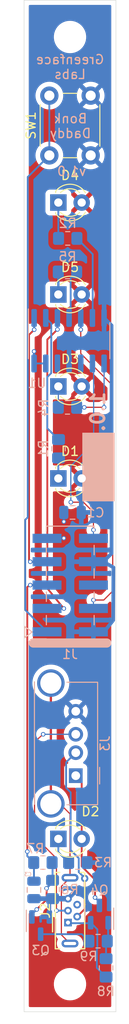
<source format=kicad_pcb>
(kicad_pcb (version 20211014) (generator pcbnew)
  (layers (0 "F.Cu" signal) (31 "B.Cu" signal) (34 "B.Paste" user) (35 "F.Paste" user) (36 "B.SilkS" user "B.Silkscreen") (37 "F.SilkS" user "F.Silkscreen") (38 "B.Mask" user) (39 "F.Mask" user) (44 "Edge.Cuts" user))
  (net 0 "")
  (net 1 "+3V3")
  (net 2 "GND")
  (net 3 "+12V")
  (net 4 "Net-(D1-Pad1)")
  (net 5 "Net-(D2-Pad1)")
  (net 6 "Net-(D2-Pad2)")
  (net 7 "Net-(D3-Pad1)")
  (net 8 "Net-(D4-Pad1)")
  (net 9 "Net-(D5-Pad1)")
  (net 10 "Net-(J1-Pad1)")
  (net 11 "Net-(J1-Pad3)")
  (net 12 "Net-(J1-Pad4)")
  (net 14 "Net-(J1-Pad7)")
  (net 15 "Net-(J1-Pad10)")
  (net 16 "Net-(J2-Pad1)")
  (net 17 "Net-(J2-Pad2)")
  (net 18 "Net-(J2-Pad3)")
  (net 20 "Net-(J2-Pad6)")
  (net 21 "Net-(Q3-Pad1)")
  (net 22 "Net-(Q3-Pad3)")
  (net 23 "Net-(Q4-Pad1)")
  (net 24 "Net-(R1-Pad1)")
  (net 25 "Net-(R2-Pad1)")
  (net 26 "Net-(R4-Pad1)")
  (net 27 "Net-(R5-Pad1)")
  (footprint "MountingHole:MountingHole_2.5mm" (layer "F.Cu") (at 55 157)
    (fp_text reference "H2" hide)
    (fp_text value "MountingHole")
    (pad "" np_thru_hole circle (at 0 0) (size 2.5 2.5) (drill 2.5) (layers *.Cu *.Mask))
  )
  (footprint "LED_THT:LED_D3.0mm" (layer "F.Cu") (at 53.73 72)
    (fp_text reference "D4" (at 1.27 -2.96) (layer "F.SilkS"))
    (fp_text value "GREEN LED")
    (fp_line (start -0.29 1.08) (end -0.29 1.236) (layer "F.SilkS") (width 0.12))
    (fp_line (start -0.29 -1.236) (end -0.29 -1.08) (layer "F.SilkS") (width 0.12))
    (fp_arc (start -0.29 -1.235516) (mid 1.366487 -1.987659) (end 2.942335 -1.078608) (layer "F.SilkS") (width 0.12))
    (fp_arc (start 2.942335 1.078608) (mid 1.366487 1.987659) (end -0.29 1.235516) (layer "F.SilkS") (width 0.12))
    (fp_arc (start 0.229039 -1.08) (mid 1.270117 -1.5) (end 2.31113 -1.079837) (layer "F.SilkS") (width 0.12))
    (fp_arc (start 2.31113 1.079837) (mid 1.270117 1.5) (end 0.229039 1.08) (layer "F.SilkS") (width 0.12))
    (pad "1" thru_hole rect (at 0 0) (size 1.8 1.8) (drill 0.9) (layers *.Cu *.Mask) (net 8 "Net-(D4-Pad1)"))
    (pad "2" thru_hole circle (at 2.54 0) (size 1.8 1.8) (drill 0.9) (layers *.Cu *.Mask) (net 1 "+3V3"))
  )
  (footprint "LED_THT:LED_D3.0mm" (layer "F.Cu") (at 53.73 102)
    (fp_text reference "D1" (at 1.27 -2.96) (layer "F.SilkS"))
    (fp_text value "RED LED")
    (fp_line (start -0.29 -1.236) (end -0.29 -1.08) (layer "F.SilkS") (width 0.12))
    (fp_line (start -0.29 1.08) (end -0.29 1.236) (layer "F.SilkS") (width 0.12))
    (fp_arc (start 0.229039 -1.08) (mid 1.270117 -1.5) (end 2.31113 -1.079837) (layer "F.SilkS") (width 0.12))
    (fp_arc (start 2.31113 1.079837) (mid 1.270117 1.5) (end 0.229039 1.08) (layer "F.SilkS") (width 0.12))
    (fp_arc (start 2.942335 1.078608) (mid 1.366487 1.987659) (end -0.29 1.235516) (layer "F.SilkS") (width 0.12))
    (fp_arc (start -0.29 -1.235516) (mid 1.366487 -1.987659) (end 2.942335 -1.078608) (layer "F.SilkS") (width 0.12))
    (pad "1" thru_hole rect (at 0 0) (size 1.8 1.8) (drill 0.9) (layers *.Cu *.Mask) (net 4 "Net-(D1-Pad1)"))
    (pad "2" thru_hole circle (at 2.54 0) (size 1.8 1.8) (drill 0.9) (layers *.Cu *.Mask) (net 1 "+3V3"))
  )
  (footprint "LED_THT:LED_D3.0mm" (layer "F.Cu") (at 53.73 82)
    (fp_text reference "D5" (at 1.27 -2.96) (layer "F.SilkS"))
    (fp_text value "BLUE LED")
    (fp_line (start -0.29 -1.236) (end -0.29 -1.08) (layer "F.SilkS") (width 0.12))
    (fp_line (start -0.29 1.08) (end -0.29 1.236) (layer "F.SilkS") (width 0.12))
    (fp_arc (start 2.31113 1.079837) (mid 1.270117 1.5) (end 0.229039 1.08) (layer "F.SilkS") (width 0.12))
    (fp_arc (start 0.229039 -1.08) (mid 1.270117 -1.5) (end 2.31113 -1.079837) (layer "F.SilkS") (width 0.12))
    (fp_arc (start -0.29 -1.235516) (mid 1.366487 -1.987659) (end 2.942335 -1.078608) (layer "F.SilkS") (width 0.12))
    (fp_arc (start 2.942335 1.078608) (mid 1.366487 1.987659) (end -0.29 1.235516) (layer "F.SilkS") (width 0.12))
    (pad "1" thru_hole rect (at 0 0) (size 1.8 1.8) (drill 0.9) (layers *.Cu *.Mask) (net 9 "Net-(D5-Pad1)"))
    (pad "2" thru_hole circle (at 2.54 0) (size 1.8 1.8) (drill 0.9) (layers *.Cu *.Mask) (net 1 "+3V3"))
  )
  (footprint "LED_THT:LED_D3.0mm" (layer "F.Cu") (at 53.73 92)
    (fp_text reference "D3" (at 1.27 -2.96) (layer "F.SilkS"))
    (fp_text value "YELLOW LED")
    (fp_line (start -0.29 -1.236) (end -0.29 -1.08) (layer "F.SilkS") (width 0.12))
    (fp_line (start -0.29 1.08) (end -0.29 1.236) (layer "F.SilkS") (width 0.12))
    (fp_arc (start 2.942335 1.078608) (mid 1.366487 1.987659) (end -0.29 1.235516) (layer "F.SilkS") (width 0.12))
    (fp_arc (start 2.31113 1.079837) (mid 1.270117 1.5) (end 0.229039 1.08) (layer "F.SilkS") (width 0.12))
    (fp_arc (start 0.229039 -1.08) (mid 1.270117 -1.5) (end 2.31113 -1.079837) (layer "F.SilkS") (width 0.12))
    (fp_arc (start -0.29 -1.235516) (mid 1.366487 -1.987659) (end 2.942335 -1.078608) (layer "F.SilkS") (width 0.12))
    (pad "1" thru_hole rect (at 0 0) (size 1.8 1.8) (drill 0.9) (layers *.Cu *.Mask) (net 7 "Net-(D3-Pad1)"))
    (pad "2" thru_hole circle (at 2.54 0) (size 1.8 1.8) (drill 0.9) (layers *.Cu *.Mask) (net 1 "+3V3"))
  )
  (footprint "Button_Switch_THT:SW_PUSH_6mm" (layer "F.Cu") (at 52.75 66.875 90)
    (fp_text reference "SW1" (at 3.25 -2 90) (layer "F.SilkS"))
    (fp_text value "Reset")
    (fp_line (start -0.25 1.5) (end -0.25 3) (layer "F.SilkS") (width 0.12))
    (fp_line (start 5.5 -1) (end 1 -1) (layer "F.SilkS") (width 0.12))
    (fp_line (start 6.75 3) (end 6.75 1.5) (layer "F.SilkS") (width 0.12))
    (fp_line (start 1 5.5) (end 5.5 5.5) (layer "F.SilkS") (width 0.12))
    (pad "1" thru_hole circle (at 0 0 180) (size 2 2) (drill 1.1) (layers *.Cu *.Mask) (net 10 "Net-(J1-Pad1)"))
    (pad "1" thru_hole circle (at 6.5 0 180) (size 2 2) (drill 1.1) (layers *.Cu *.Mask) (net 10 "Net-(J1-Pad1)"))
    (pad "2" thru_hole circle (at 6.5 4.5 180) (size 2 2) (drill 1.1) (layers *.Cu *.Mask) (net 2 "GND"))
    (pad "2" thru_hole circle (at 0 4.5 180) (size 2 2) (drill 1.1) (layers *.Cu *.Mask) (net 2 "GND"))
  )
  (footprint "LED_THT:LED_D3.0mm" (layer "F.Cu") (at 53.73 141.2)
    (fp_text reference "D2" (at 3.495 -2.975) (layer "F.SilkS"))
    (fp_text value "GREEN LED")
    (fp_line (start -0.29 1.08) (end -0.29 1.236) (layer "F.SilkS") (width 0.12))
    (fp_line (start -0.29 -1.236) (end -0.29 -1.08) (layer "F.SilkS") (width 0.12))
    (fp_arc (start 2.942335 1.078608) (mid 1.366487 1.987659) (end -0.29 1.235516) (layer "F.SilkS") (width 0.12))
    (fp_arc (start 2.31113 1.079837) (mid 1.270117 1.5) (end 0.229039 1.08) (layer "F.SilkS") (width 0.12))
    (fp_arc (start -0.29 -1.235516) (mid 1.366487 -1.987659) (end 2.942335 -1.078608) (layer "F.SilkS") (width 0.12))
    (fp_arc (start 0.229039 -1.08) (mid 1.270117 -1.5) (end 2.31113 -1.079837) (layer "F.SilkS") (width 0.12))
    (pad "1" thru_hole rect (at 0 0) (size 1.8 1.8) (drill 0.9) (layers *.Cu *.Mask) (net 5 "Net-(D2-Pad1)"))
    (pad "2" thru_hole circle (at 2.54 0) (size 1.8 1.8) (drill 0.9) (layers *.Cu *.Mask) (net 6 "Net-(D2-Pad2)"))
  )
  (footprint "Connector_USB:USB_Micro-B_Wuerth_614105150721_Vertical" (layer "F.Cu") (at 54.78 150.3 90)
    (fp_text reference "J2" (at 1.3 -2.48 90) (layer "F.SilkS"))
    (fp_text value "USB_B_Micro")
    (fp_line (start 5.45 1.82) (end 5.45 1.345) (layer "F.SilkS") (width 0.15))
    (fp_line (start 5.45 -1.38) (end 5.45 -0.905) (layer "F.SilkS") (width 0.15))
    (fp_line (start -2.85 1.82) (end 5.45 1.82) (layer "F.SilkS") (width 0.15))
    (fp_line (start -2.85 1.345) (end -2.85 1.82) (layer "F.SilkS") (width 0.15))
    (fp_line (start -1 -1.68) (end 1 -1.68) (layer "F.SilkS") (width 0.15))
    (fp_line (start -2.85 -1.38) (end 5.45 -1.38) (layer "F.SilkS") (width 0.15))
    (fp_line (start -2.85 -0.905) (end -2.85 -1.38) (layer "F.SilkS") (width 0.15))
    (pad "1" thru_hole rect (at 0 0 90) (size 0.84 0.84) (drill 0.44) (layers *.Cu *.Mask) (net 16 "Net-(J2-Pad1)"))
    (pad "2" thru_hole circle (at 0.65 1 90) (size 0.84 0.84) (drill 0.44) (layers *.Cu *.Mask) (net 17 "Net-(J2-Pad2)"))
    (pad "3" thru_hole circle (at 1.3 0 90) (size 0.84 0.84) (drill 0.44) (layers *.Cu *.Mask) (net 18 "Net-(J2-Pad3)"))
    (pad "4" thru_hole circle (at 1.95 1 90) (size 0.84 0.84) (drill 0.44) (layers *.Cu *.Mask))
    (pad "5" thru_hole circle (at 2.6 0 90) (size 0.84 0.84) (drill 0.44) (layers *.Cu *.Mask) (net 2 "GND"))
    (pad "6" thru_hole oval (at 4.875 0.22 90) (size 0.85 1.85) (drill oval 0.35 1.35) (layers *.Cu *.Mask) (net 20 "Net-(J2-Pad6)"))
    (pad "6" thru_hole oval (at -2.275 0.22 90) (size 0.85 1.85) (drill oval 0.35 1.35) (layers *.Cu *.Mask) (net 20 "Net-(J2-Pad6)"))
  )
  (footprint "MountingHole:MountingHole_2.5mm" (layer "F.Cu") (at 55 54)
    (fp_text reference "H1" hide)
    (fp_text value "MountingHole")
    (pad "" np_thru_hole circle (at 0 0) (size 2.5 2.5) (drill 2.5) (layers *.Cu *.Mask))
  )
  (footprint "Resistor_SMD:R_0805_2012Metric_Pad1.20x1.40mm_HandSolder" (layer "B.Cu") (at 54.725 79.55 180)
    (fp_text reference "R5" (at 0 1.65) (layer "B.SilkS") (effects (justify mirror)))
    (fp_text value "47")
    (fp_line (start -0.227064 -0.735) (end 0.227064 -0.735) (layer "B.SilkS") (width 0.12))
    (fp_line (start -0.227064 0.735) (end 0.227064 0.735) (layer "B.SilkS") (width 0.12))
    (pad "1" smd roundrect (at -1 0 180) (size 1.2 1.4) (layers "B.Cu" "B.Paste" "B.Mask") (roundrect_rratio 0.2083333333) (net 27 "Net-(R5-Pad1)"))
    (pad "2" smd roundrect (at 1 0 180) (size 1.2 1.4) (layers "B.Cu" "B.Paste" "B.Mask") (roundrect_rratio 0.2083333333) (net 9 "Net-(D5-Pad1)"))
  )
  (footprint "sputterizer:USB_A_Amphenol_UE27AE54100_Vertical" (layer "B.Cu") (at 55.625 134.325 90)
    (fp_text reference "J3" (at 3.5 3.19 90) (layer "B.SilkS") (effects (justify mirror)))
    (fp_text value "USB_A")
    (fp_line (start 10.16 2.38) (end 10.16 -0.95) (layer "B.SilkS") (width 0.12))
    (fp_line (start -3.12 -4.5) (end 10.2 -4.5) (layer "B.SilkS") (width 0.12))
    (fp_line (start -0.9 2.6) (end 0.9 2.6) (layer "B.SilkS") (width 0.12))
    (fp_line (start -3.16 2.38) (end -3.16 -0.95) (layer "B.SilkS") (width 0.12))
    (fp_line (start -3.16 2.38) (end 10.16 2.38) (layer "B.SilkS") (width 0.12))
    (pad "1" thru_hole rect (at 0 0 90) (size 1.6 1.5) (drill 0.95) (layers *.Cu *.Mask) (net 6 "Net-(D2-Pad2)"))
    (pad "2" thru_hole circle (at 2.5 0 90) (size 1.6 1.6) (drill 0.95) (layers *.Cu *.Mask) (net 17 "Net-(J2-Pad2)"))
    (pad "3" thru_hole circle (at 4.5 0 90) (size 1.6 1.6) (drill 0.95) (layers *.Cu *.Mask) (net 18 "Net-(J2-Pad3)"))
    (pad "4" thru_hole circle (at 7 0 90) (size 1.6 1.6) (drill 0.95) (layers *.Cu *.Mask) (net 2 "GND"))
    (pad "5" thru_hole circle (at 10.07 -2.71 90) (size 3 3) (drill 2.3) (layers *.Cu *.Mask) (net 20 "Net-(J2-Pad6)"))
    (pad "5" thru_hole circle (at -3.07 -2.71 90) (size 3 3) (drill 2.3) (layers *.Cu *.Mask) (net 20 "Net-(J2-Pad6)"))
  )
  (footprint "Connector_PinHeader_2.54mm:PinHeader_2x05_P2.54mm_Vertical_SMD" (layer "B.Cu") (at 55.025 113.6)
    (fp_text reference "J1" (at -0.025 7.525) (layer "B.SilkS") (effects (justify mirror)))
    (fp_text value "EXP")
    (fp_line (start 2.6 1.78) (end 2.6 0.76) (layer "B.SilkS") (width 0.12))
    (fp_line (start -2.6 -6.41) (end 2.6 -6.41) (layer "B.SilkS") (width 0.12))
    (fp_line (start -2.6 1.78) (end -2.6 0.76) (layer "B.SilkS") (width 0.12))
    (fp_line (start 2.6 -0.76) (end 2.6 -1.78) (layer "B.SilkS") (width 0.12))
    (fp_line (start 2.6 -5.84) (end 2.6 -6.41) (layer "B.SilkS") (width 0.12))
    (fp_line (start -2.6 6.41) (end -2.6 5.84) (layer "B.SilkS") (width 0.12))
    (fp_line (start -2.6 -3.3) (end -2.6 -4.32) (layer "B.SilkS") (width 0.12))
    (fp_line (start -2.6 -5.84) (end -2.6 -6.41) (layer "B.SilkS") (width 0.12))
    (fp_line (start 2.6 6.41) (end 2.6 5.84) (layer "B.SilkS") (width 0.12))
    (fp_line (start -2.6 6.41) (end 2.6 6.41) (layer "B.SilkS") (width 0.12))
    (fp_line (start -2.6 4.32) (end -2.6 3.3) (layer "B.SilkS") (width 0.12))
    (fp_line (start 2.6 4.32) (end 2.6 3.3) (layer "B.SilkS") (width 0.12))
    (fp_line (start -2.6 -0.76) (end -2.6 -1.78) (layer "B.SilkS") (width 0.12))
    (fp_line (start 2.6 -3.3) (end 2.6 -4.32) (layer "B.SilkS") (width 0.12))
    (fp_line (start -4.04 5.84) (end -2.6 5.84) (layer "B.SilkS") (width 0.12))
    (pad "1" smd rect (at -2.525 5.08) (size 3.15 1) (layers "B.Cu" "B.Paste" "B.Mask") (net 10 "Net-(J1-Pad1)"))
    (pad "2" smd rect (at 2.525 5.08) (size 3.15 1) (layers "B.Cu" "B.Paste" "B.Mask") (net 2 "GND"))
    (pad "3" smd rect (at -2.525 2.54) (size 3.15 1) (layers "B.Cu" "B.Paste" "B.Mask") (net 11 "Net-(J1-Pad3)"))
    (pad "4" smd rect (at 2.525 2.54) (size 3.15 1) (layers "B.Cu" "B.Paste" "B.Mask") (net 12 "Net-(J1-Pad4)"))
    (pad "5" smd rect (at -2.525 0) (size 3.15 1) (layers "B.Cu" "B.Paste" "B.Mask") (net 3 "+12V"))
    (pad "6" smd rect (at 2.525 0) (size 3.15 1) (layers "B.Cu" "B.Paste" "B.Mask"))
    (pad "7" smd rect (at -2.525 -2.54) (size 3.15 1) (layers "B.Cu" "B.Paste" "B.Mask") (net 14 "Net-(J1-Pad7)"))
    (pad "8" smd rect (at 2.525 -2.54) (size 3.15 1) (layers "B.Cu" "B.Paste" "B.Mask") (net 2 "GND"))
    (pad "9" smd rect (at -2.525 -5.08) (size 3.15 1) (layers "B.Cu" "B.Paste" "B.Mask") (net 1 "+3V3"))
    (pad "10" smd rect (at 2.525 -5.08) (size 3.15 1) (layers "B.Cu" "B.Paste" "B.Mask") (net 15 "Net-(J1-Pad10)"))
  )
  (footprint "Capacitor_SMD:C_0805_2012Metric" (layer "B.Cu") (at 55.275 105.7)
    (fp_text reference "C1" (at 2.5 0.025) (layer "B.SilkS") (effects (justify mirror)))
    (fp_text value "1uF")
    (fp_line (start -0.261252 0.735) (end 0.261252 0.735) (layer "B.SilkS") (width 0.12))
    (fp_line (start -0.261252 -0.735) (end 0.261252 -0.735) (layer "B.SilkS") (width 0.12))
    (pad "1" smd roundrect (at -0.95 0) (size 1 1.45) (layers "B.Cu" "B.Paste" "B.Mask") (net 1 "+3V3"))
    (pad "2" smd roundrect (at 0.95 0) (size 1 1.45) (layers "B.Cu" "B.Paste" "B.Mask") (net 2 "GND"))
  )
  (footprint "Resistor_SMD:R_0805_2012Metric_Pad1.20x1.40mm_HandSolder" (layer "B.Cu") (at 54.75 75.9 180)
    (fp_text reference "R2" (at 0 1.65) (layer "B.SilkS") (effects (justify mirror)))
    (fp_text value "75")
    (fp_line (start -0.227064 -0.735) (end 0.227064 -0.735) (layer "B.SilkS") (width 0.12))
    (fp_line (start -0.227064 0.735) (end 0.227064 0.735) (layer "B.SilkS") (width 0.12))
    (pad "1" smd roundrect (at -1 0 180) (size 1.2 1.4) (layers "B.Cu" "B.Paste" "B.Mask") (roundrect_rratio 0.2083333333) (net 25 "Net-(R2-Pad1)"))
    (pad "2" smd roundrect (at 1 0 180) (size 1.2 1.4) (layers "B.Cu" "B.Paste" "B.Mask") (roundrect_rratio 0.2083333333) (net 8 "Net-(D4-Pad1)"))
  )
  (footprint "Capacitor_SMD:C_0805_2012Metric" (layer "B.Cu") (at 51.075 146.75 -90)
    (fp_text reference "C3" (at -1.7 0.65 180) (layer "B.SilkS") (effects (font (size 0.4 0.4) (thickness 0.07)) (justify mirror)))
    (fp_text value "1uF")
    (fp_line (start -0.261252 -0.735) (end 0.261252 -0.735) (layer "B.SilkS") (width 0.12))
    (fp_line (start -0.261252 0.735) (end 0.261252 0.735) (layer "B.SilkS") (width 0.12))
    (pad "1" smd roundrect (at -0.95 0 270) (size 1 1.45) (layers "B.Cu" "B.Paste" "B.Mask") (net 3 "+12V"))
    (pad "2" smd roundrect (at 0.95 0 270) (size 1 1.45) (layers "B.Cu" "B.Paste" "B.Mask") (net 2 "GND"))
  )
  (footprint "Package_TO_SOT_SMD:SOT-23" (layer "B.Cu") (at 51.8 150.625 -90)
    (fp_text reference "Q3" (at 2.7 0 180) (layer "B.SilkS") (effects (justify mirror)))
    (fp_text value "2N7002")
    (fp_line (start 0 -1.56) (end -0.65 -1.56) (layer "B.SilkS") (width 0.12))
    (fp_line (start 0 1.56) (end -1.675 1.56) (layer "B.SilkS") (width 0.12))
    (fp_line (start 0 1.56) (end 0.65 1.56) (layer "B.SilkS") (width 0.12))
    (fp_line (start 0 -1.56) (end 0.65 -1.56) (layer "B.SilkS") (width 0.12))
    (pad "1" smd roundrect (at -0.9375 0.95 270) (size 1.475 0.6) (layers "B.Cu" "B.Paste" "B.Mask") (net 21 "Net-(Q3-Pad1)"))
    (pad "2" smd roundrect (at -0.9375 -0.95 270) (size 1.475 0.6) (layers "B.Cu" "B.Paste" "B.Mask") (net 2 "GND"))
    (pad "3" smd roundrect (at 0.9375 0 270) (size 1.475 0.6) (layers "B.Cu" "B.Paste" "B.Mask") (net 22 "Net-(Q3-Pad3)"))
  )
  (footprint "Resistor_SMD:R_0805_2012Metric_Pad1.20x1.40mm_HandSolder" (layer "B.Cu") (at 58.925 155.225 -90)
    (fp_text reference "R8" (at 2.55 0.025 180) (layer "B.SilkS") (effects (justify mirror)))
    (fp_text value "43K")
    (fp_line (start -0.227064 -0.735) (end 0.227064 -0.735) (layer "B.SilkS") (width 0.12))
    (fp_line (start -0.227064 0.735) (end 0.227064 0.735) (layer "B.SilkS") (width 0.12))
    (pad "1" smd roundrect (at -1 0 270) (size 1.2 1.4) (layers "B.Cu" "B.Paste" "B.Mask") (roundrect_rratio 0.2083333333) (net 23 "Net-(Q4-Pad1)"))
    (pad "2" smd roundrect (at 1 0 270) (size 1.2 1.4) (layers "B.Cu" "B.Paste" "B.Mask") (roundrect_rratio 0.2083333333) (net 16 "Net-(J2-Pad1)"))
  )
  (footprint "Resistor_SMD:R_0805_2012Metric_Pad1.20x1.40mm_HandSolder" (layer "B.Cu") (at 53.75 98.775 -90)
    (fp_text reference "R1" (at 0 1.65 90) (layer "B.SilkS") (effects (justify mirror)))
    (fp_text value "100")
    (fp_line (start -0.227064 0.735) (end 0.227064 0.735) (layer "B.SilkS") (width 0.12))
    (fp_line (start -0.227064 -0.735) (end 0.227064 -0.735) (layer "B.SilkS") (width 0.12))
    (pad "1" smd roundrect (at -1 0 270) (size 1.2 1.4) (layers "B.Cu" "B.Paste" "B.Mask") (roundrect_rratio 0.2083333333) (net 24 "Net-(R1-Pad1)"))
    (pad "2" smd roundrect (at 1 0 270) (size 1.2 1.4) (layers "B.Cu" "B.Paste" "B.Mask") (roundrect_rratio 0.2083333333) (net 4 "Net-(D1-Pad1)"))
  )
  (footprint "Resistor_SMD:R_0805_2012Metric_Pad1.20x1.40mm_HandSolder" (layer "B.Cu") (at 53.1 146.7 -90)
    (fp_text reference "R6" (at 0 -1.875 180) (layer "B.SilkS") (effects (justify mirror)))
    (fp_text value "10K")
    (fp_line (start -0.227064 0.735) (end 0.227064 0.735) (layer "B.SilkS") (width 0.12))
    (fp_line (start -0.227064 -0.735) (end 0.227064 -0.735) (layer "B.SilkS") (width 0.12))
    (pad "1" smd roundrect (at -1 0 270) (size 1.2 1.4) (layers "B.Cu" "B.Paste" "B.Mask") (roundrect_rratio 0.2083333333) (net 21 "Net-(Q3-Pad1)"))
    (pad "2" smd roundrect (at 1 0 270) (size 1.2 1.4) (layers "B.Cu" "B.Paste" "B.Mask") (roundrect_rratio 0.2083333333) (net 2 "GND"))
  )
  (footprint "Package_TO_SOT_SMD:SOT-23" (layer "B.Cu") (at 58.2 149.375 90)
    (fp_text reference "Q4" (at 2.6 0 180) (layer "B.SilkS") (effects (justify mirror)))
    (fp_text value "MMBT5401")
    (fp_line (start 0 1.56) (end 0.65 1.56) (layer "B.SilkS") (width 0.12))
    (fp_line (start 0 1.56) (end -1.675 1.56) (layer "B.SilkS") (width 0.12))
    (fp_line (start 0 -1.56) (end 0.65 -1.56) (layer "B.SilkS") (width 0.12))
    (fp_line (start 0 -1.56) (end -0.65 -1.56) (layer "B.SilkS") (width 0.12))
    (pad "1" smd roundrect (at -0.9375 0.95 90) (size 1.475 0.6) (layers "B.Cu" "B.Paste" "B.Mask") (net 23 "Net-(Q4-Pad1)"))
    (pad "2" smd roundrect (at -0.9375 -0.95 90) (size 1.475 0.6) (layers "B.Cu" "B.Paste" "B.Mask") (net 16 "Net-(J2-Pad1)"))
    (pad "3" smd roundrect (at 0.9375 0 90) (size 1.475 0.6) (layers "B.Cu" "B.Paste" "B.Mask") (net 6 "Net-(D2-Pad2)"))
  )
  (footprint "Resistor_SMD:R_0805_2012Metric_Pad1.20x1.40mm_HandSolder" (layer "B.Cu") (at 55.85 143.775 180)
    (fp_text reference "R3" (at -2.75 0) (layer "B.SilkS") (effects (justify mirror)))
    (fp_text value "1K")
    (fp_line (start -0.227064 -0.735) (end 0.227064 -0.735) (layer "B.SilkS") (width 0.12))
    (fp_line (start -0.227064 0.735) (end 0.227064 0.735) (layer "B.SilkS") (width 0.12))
    (pad "1" smd roundrect (at -1 0 180) (size 1.2 1.4) (layers "B.Cu" "B.Paste" "B.Mask") (roundrect_rratio 0.2083333333) (net 2 "GND"))
    (pad "2" smd roundrect (at 1 0 180) (size 1.2 1.4) (layers "B.Cu" "B.Paste" "B.Mask") (roundrect_rratio 0.2083333333) (net 5 "Net-(D2-Pad1)"))
  )
  (footprint "Resistor_SMD:R_0805_2012Metric_Pad1.20x1.40mm_HandSolder" (layer "B.Cu") (at 52.05 143.775 180)
    (fp_text reference "R7" (at 0.825 1.525) (layer "B.SilkS") (effects (justify mirror)))
    (fp_text value "30K")
    (fp_line (start -0.227064 0.735) (end 0.227064 0.735) (layer "B.SilkS") (width 0.12))
    (fp_line (start -0.227064 -0.735) (end 0.227064 -0.735) (layer "B.SilkS") (width 0.12))
    (pad "1" smd roundrect (at -1 0 180) (size 1.2 1.4) (layers "B.Cu" "B.Paste" "B.Mask") (roundrect_rratio 0.2083333333) (net 21 "Net-(Q3-Pad1)"))
    (pad "2" smd roundrect (at 1 0 180) (size 1.2 1.4) (layers "B.Cu" "B.Paste" "B.Mask") (roundrect_rratio 0.2083333333) (net 3 "+12V"))
  )
  (footprint "Resistor_SMD:R_0805_2012Metric_Pad1.20x1.40mm_HandSolder" (layer "B.Cu") (at 54.725 94.275 180)
    (fp_text reference "R4" (at 2.6 -0.05 90) (layer "B.SilkS") (effects (justify mirror)))
    (fp_text value "68")
    (fp_line (start -0.227064 0.735) (end 0.227064 0.735) (layer "B.SilkS") (width 0.12))
    (fp_line (start -0.227064 -0.735) (end 0.227064 -0.735) (layer "B.SilkS") (width 0.12))
    (pad "1" smd roundrect (at -1 0 180) (size 1.2 1.4) (layers "B.Cu" "B.Paste" "B.Mask") (roundrect_rratio 0.2083333333) (net 26 "Net-(R4-Pad1)"))
    (pad "2" smd roundrect (at 1 0 180) (size 1.2 1.4) (layers "B.Cu" "B.Paste" "B.Mask") (roundrect_rratio 0.2083333333) (net 7 "Net-(D3-Pad1)"))
  )
  (footprint "Package_SO:SOIC-14_3.9x8.7mm_P1.27mm" (layer "B.Cu") (at 54.9 87.025 -90)
    (fp_text reference "U1" (at 4.625 3.5 180) (layer "B.SilkS") (effects (justify mirror)))
    (fp_text value "74AHC14")
    (fp_line (start 0 -4.435) (end 1.95 -4.435) (layer "B.SilkS") (width 0.12))
    (fp_line (start 0 4.435) (end 1.95 4.435) (layer "B.SilkS") (width 0.12))
    (fp_line (start 0 -4.435) (end -1.95 -4.435) (layer "B.SilkS") (width 0.12))
    (fp_line (start 0 4.435) (end -3.45 4.435) (layer "B.SilkS") (width 0.12))
    (pad "1" smd roundrect (at -2.475 3.81 270) (size 1.95 0.6) (layers "B.Cu" "B.Paste" "B.Mask") (net 14 "Net-(J1-Pad7)"))
    (pad "2" smd roundrect (at -2.475 2.54 270) (size 1.95 0.6) (layers "B.Cu" "B.Paste" "B.Mask") (net 24 "Net-(R1-Pad1)"))
    (pad "3" smd roundrect (at -2.475 1.27 270) (size 1.95 0.6) (layers "B.Cu" "B.Paste" "B.Mask") (net 11 "Net-(J1-Pad3)"))
    (pad "4" smd roundrect (at -2.475 0 270) (size 1.95 0.6) (layers "B.Cu" "B.Paste" "B.Mask") (net 27 "Net-(R5-Pad1)"))
    (pad "5" smd roundrect (at -2.475 -1.27 270) (size 1.95 0.6) (layers "B.Cu" "B.Paste" "B.Mask") (net 12 "Net-(J1-Pad4)"))
    (pad "6" smd roundrect (at -2.475 -2.54 270) (size 1.95 0.6) (layers "B.Cu" "B.Paste" "B.Mask") (net 25 "Net-(R2-Pad1)"))
    (pad "7" smd roundrect (at -2.475 -3.81 270) (size 1.95 0.6) (layers "B.Cu" "B.Paste" "B.Mask") (net 2 "GND"))
    (pad "8" smd roundrect (at 2.475 -3.81 270) (size 1.95 0.6) (layers "B.Cu" "B.Paste" "B.Mask") (net 26 "Net-(R4-Pad1)"))
    (pad "9" smd roundrect (at 2.475 -2.54 270) (size 1.95 0.6) (layers "B.Cu" "B.Paste" "B.Mask") (net 15 "Net-(J1-Pad10)"))
    (pad "10" smd roundrect (at 2.475 -1.27 270) (size 1.95 0.6) (layers "B.Cu" "B.Paste" "B.Mask"))
    (pad "11" smd roundrect (at 2.475 0 270) (size 1.95 0.6) (layers "B.Cu" "B.Paste" "B.Mask") (net 2 "GND"))
    (pad "12" smd roundrect (at 2.475 1.27 270) (size 1.95 0.6) (layers "B.Cu" "B.Paste" "B.Mask"))
    (pad "13" smd roundrect (at 2.475 2.54 270) (size 1.95 0.6) (layers "B.Cu" "B.Paste" "B.Mask") (net 1 "+3V3"))
    (pad "14" smd roundrect (at 2.475 3.81 270) (size 1.95 0.6) (layers "B.Cu" "B.Paste" "B.Mask") (net 1 "+3V3"))
  )
  (footprint "Resistor_SMD:R_0805_2012Metric_Pad1.20x1.40mm_HandSolder" (layer "B.Cu") (at 58.05 152.325)
    (fp_text reference "R9" (at -1.025 1.65) (layer "B.SilkS") (effects (justify mirror)))
    (fp_text value "10K")
    (fp_line (start -0.227064 0.735) (end 0.227064 0.735) (layer "B.SilkS") (width 0.12))
    (fp_line (start -0.227064 -0.735) (end 0.227064 -0.735) (layer "B.SilkS") (width 0.12))
    (pad "1" smd roundrect (at -1 0) (size 1.2 1.4) (layers "B.Cu" "B.Paste" "B.Mask") (roundrect_rratio 0.2083333333) (net 22 "Net-(Q3-Pad3)"))
    (pad "2" smd roundrect (at 1 0) (size 1.2 1.4) (layers "B.Cu" "B.Paste" "B.Mask") (roundrect_rratio 0.2083333333) (net 23 "Net-(Q4-Pad1)"))
  )
  (gr_line (start 50.075 118.1) (end 50.075 119.325) (layer "B.SilkS") (width 0.12))
  (gr_line (start 51 119.9) (end 59 119.9) (layer "B.SilkS") (width 1))
  (gr_line (start 50.075 118.1) (end 50.875 118.7) (layer "B.SilkS") (width 0.12))
  (gr_rect (start 56.4 104.4375) (end 59.8 97.0875) (layer "B.SilkS") (width 0.12) (fill solid))
  (gr_line (start 50.875 118.7) (end 50.075 119.325) (layer "B.SilkS") (width 0.12))
  (gr_line (start 60 50) (end 60 160) (layer "Edge.Cuts") (width 0.05))
  (gr_line (start 50 160) (end 60 160) (layer "Edge.Cuts") (width 0.05))
  (gr_line (start 50 50) (end 50 160) (layer "Edge.Cuts") (width 0.05))
  (gr_line (start 50 50) (end 60 50) (layer "Edge.Cuts") (width 0.05))
  (gr_text "Bonk\nDaddy" (at 55.05 63.675) (layer "B.SilkS") (effects (font (size 1 1)) (justify mirror)))
  (gr_text "v1.0" (at 55.175 68.6) (layer "B.SilkS") (effects (font (size 1 1)) (justify mirror)))
  (gr_text "1.0." (at 58.025 94.75 90) (layer "B.SilkS") (effects (font (size 1.5 1.5) (thickness 0.3)) (justify mirror)))
  (gr_text "Greenface\nLabs" (at 55 57.25) (layer "B.SilkS") (effects (font (size 1 1)) (justify mirror)))
  (segment (start 54.325 108.5) (end 54.325 106.7) (width 0.2) (layer "F.Cu") (net 1))
  (via (at 54.325 106.7) (size 0.5) (drill 0.3) (layers "F.Cu" "B.Cu") (net 1))
  (via (at 51.09 88.19) (size 0.5) (drill 0.3) (layers "F.Cu" "B.Cu") (net 1))
  (via (at 54.325 108.5) (size 0.5) (drill 0.3) (layers "F.Cu" "B.Cu") (net 1))
  (segment (start 51.09 89.5) (end 51.09 88.19) (width 0.25) (layer "B.Cu") (net 1))
  (segment (start 54.325 105.7) (end 54.325 106.7) (width 0.2) (layer "B.Cu") (net 1))
  (segment (start 52.36 89.5) (end 51.09 89.5) (width 0.2) (layer "B.Cu") (net 1))
  (segment (start 58.625 111.06) (end 59.725 111.675) (width 0.4) (layer "B.Cu") (net 2))
  (segment (start 52.75 149.6875) (end 52.75 148.05) (width 0.4) (layer "B.Cu") (net 2))
  (segment (start 58.71048 118.68) (end 57.55 118.68) (width 0.4) (layer "B.Cu") (net 2))
  (segment (start 57.55 111.06) (end 58.625 111.06) (width 0.4) (layer "B.Cu") (net 2))
  (segment (start 53.1 147.7) (end 54.78 147.7) (width 0.6) (layer "B.Cu") (net 2))
  (segment (start 52.75 148.05) (end 53.1 147.7) (width 0.2) (layer "B.Cu") (net 2))
  (segment (start 59.725 111.675) (end 59.7 117.425) (width 0.4) (layer "B.Cu") (net 2))
  (segment (start 59.7 117.425) (end 58.71048 118.68) (width 0.4) (layer "B.Cu") (net 2))
  (segment (start 59.524511 85.364511) (end 58.71 84.55) (width 0.4) (layer "B.Cu") (net 2))
  (segment (start 59.524511 110.160489) (end 59.524511 85.364511) (width 0.4) (layer "B.Cu") (net 2))
  (segment (start 58.625 111.06) (end 59.524511 110.160489) (width 0.4) (layer "B.Cu") (net 2))
  (segment (start 50.675 113.6) (end 50.575 113.6) (width 0.2) (layer "F.Cu") (net 3))
  (segment (start 50.575 113.6) (end 50.35 113.825) (width 0.2) (layer "F.Cu") (net 3))
  (segment (start 50.35 113.825) (end 50.35 142.575) (width 0.2) (layer "F.Cu") (net 3))
  (via (at 50.675 113.6) (size 0.5) (drill 0.3) (layers "F.Cu" "B.Cu") (net 3))
  (via (at 50.35 142.575) (size 0.5) (drill 0.3) (layers "F.Cu" "B.Cu") (net 3))
  (segment (start 50.35 143.075) (end 51.05 143.775) (width 0.2) (layer "B.Cu") (net 3))
  (segment (start 51.075 145.8) (end 51.075 143.8) (width 0.2) (layer "B.Cu") (net 3))
  (segment (start 50.35 142.575) (end 50.35 143.075) (width 0.2) (layer "B.Cu") (net 3))
  (segment (start 51.075 143.8) (end 51.05 143.775) (width 0.2) (layer "B.Cu") (net 3))
  (segment (start 52.5 113.6) (end 50.675 113.6) (width 0.2) (layer "B.Cu") (net 3))
  (segment (start 53.75 99.775) (end 53.73 99.795) (width 0.2) (layer "B.Cu") (net 4))
  (segment (start 53.73 99.795) (end 53.73 102) (width 0.2) (layer "B.Cu") (net 4))
  (segment (start 53.73 142.655) (end 53.73 141.2) (width 0.2) (layer "B.Cu") (net 5))
  (segment (start 54.85 143.775) (end 53.73 142.655) (width 0.2) (layer "B.Cu") (net 5))
  (segment (start 56.27 144.180741) (end 56.27 141.2) (width 0.2) (layer "F.Cu") (net 6))
  (segment (start 56.27 141.2) (end 56.27 133.97) (width 0.2) (layer "F.Cu") (net 6))
  (segment (start 57.725 145.635741) (end 56.27 144.180741) (width 0.2) (layer "F.Cu") (net 6))
  (segment (start 57.725 147.575) (end 57.725 145.635741) (width 0.2) (layer "F.Cu") (net 6))
  (via (at 57.725 147.575) (size 0.5) (drill 0.3) (layers "F.Cu" "B.Cu") (net 6))
  (segment (start 58.2 148.4375) (end 58.2 148.05) (width 0.2) (layer "B.Cu") (net 6))
  (segment (start 58.2 148.05) (end 57.725 147.575) (width 0.2) (layer "B.Cu") (net 6))
  (segment (start 53.73 94.27) (end 53.73 92) (width 0.13) (layer "B.Cu") (net 7))
  (segment (start 53.725 94.275) (end 53.73 94.27) (width 0.13) (layer "B.Cu") (net 7))
  (segment (start 53.75 75.9) (end 53.73 75.88) (width 0.2) (layer "B.Cu") (net 8))
  (segment (start 53.73 75.88) (end 53.73 72) (width 0.2) (layer "B.Cu") (net 8))
  (segment (start 53.73 82) (end 53.73 79.555) (width 0.25) (layer "B.Cu") (net 9))
  (segment (start 50.4 69.225) (end 50.4 106.225) (width 0.2) (layer "B.Cu") (net 10))
  (segment (start 50.125489 106.499511) (end 50.4 106.225) (width 0.2) (layer "B.Cu") (net 10))
  (segment (start 52.75 66.875) (end 52.75 60.375) (width 0.2) (layer "B.Cu") (net 10))
  (segment (start 52.75 66.875) (end 50.4 69.225) (width 0.2) (layer "B.Cu") (net 10))
  (segment (start 50.125489 116.305489) (end 50.125489 106.499511) (width 0.2) (layer "B.Cu") (net 10))
  (segment (start 52.5 118.68) (end 50.125489 116.305489) (width 0.2) (layer "B.Cu") (net 10))
  (segment (start 52.530489 86.899511) (end 53.63 85.8) (width 0.2) (layer "F.Cu") (net 11))
  (segment (start 54.325 116.15) (end 52.530489 113.955489) (width 0.2) (layer "F.Cu") (net 11))
  (segment (start 52.530489 113.955489) (end 52.530489 86.899511) (width 0.2) (layer "F.Cu") (net 11))
  (via (at 53.63 85.8) (size 0.5) (drill 0.3) (layers "F.Cu" "B.Cu") (net 11))
  (via (at 54.325 116.15) (size 0.5) (drill 0.3) (layers "F.Cu" "B.Cu") (net 11))
  (segment (start 53.63 84.55) (end 53.63 85.8) (width 0.2) (layer "B.Cu") (net 11))
  (segment (start 54.325 116.15) (end 52.5 116.14) (width 0.2) (layer "B.Cu") (net 11))
  (segment (start 57.55 115.225) (end 58.675 115.225) (width 0.13) (layer "F.Cu") (net 12))
  (segment (start 59.6 91.85) (end 59.65 91.9) (width 0.13) (layer "F.Cu") (net 12))
  (segment (start 56.17 85.825) (end 56.17 88.42) (width 0.13) (layer "F.Cu") (net 12))
  (segment (start 56.17 88.42) (end 59.6 91.85) (width 0.13) (layer "F.Cu") (net 12))
  (segment (start 58.675 115.225) (end 59.65 114.25) (width 0.13) (layer "F.Cu") (net 12))
  (segment (start 59.65 91.9) (end 59.65 114.25) (width 0.13) (layer "F.Cu") (net 12))
  (via (at 56.17 85.825) (size 0.5) (drill 0.3) (layers "F.Cu" "B.Cu") (net 12))
  (via (at 57.55 115.225) (size 0.5) (drill 0.3) (layers "F.Cu" "B.Cu") (net 12))
  (segment (start 57.55 116.14) (end 57.55 115.225) (width 0.13) (layer "B.Cu") (net 12))
  (segment (start 56.17 84.55) (end 56.17 85.825) (width 0.2) (layer "B.Cu") (net 12))
  (segment (start 51.1 85.825) (end 50.540489 86.384511) (width 0.2) (layer "F.Cu") (net 14))
  (segment (start 50.540489 86.384511) (end 50.540489 111.065489) (width 0.2) (layer "F.Cu") (net 14))
  (via (at 51.1 85.825) (size 0.5) (drill 0.3) (layers "F.Cu" "B.Cu") (net 14))
  (via (at 50.675 111.065489) (size 0.5) (drill 0.3) (layers "F.Cu" "B.Cu") (net 14))
  (segment (start 50.680489 111.06) (end 50.675 111.065489) (width 0.2) (layer "B.Cu") (net 14))
  (segment (start 51.09 84.55) (end 51.1 85.825) (width 0.2) (layer "B.Cu") (net 14))
  (segment (start 52.5 111.06) (end 50.680489 111.06) (width 0.2) (layer "B.Cu") (net 14))
  (segment (start 57.55 105.675) (end 56.46048 104.58548) (width 0.13) (layer "F.Cu") (net 15))
  (segment (start 56.46048 104.58548) (end 55.08952 104.58548) (width 0.13) (layer "F.Cu") (net 15))
  (segment (start 57.55 107.6) (end 57.55 105.675) (width 0.13) (layer "F.Cu") (net 15))
  (via (at 55.08952 104.58548) (size 0.5) (drill 0.3) (layers "F.Cu" "B.Cu") (net 15))
  (via (at 57.55 107.6) (size 0.5) (drill 0.3) (layers "F.Cu" "B.Cu") (net 15))
  (segment (start 57.575 98.15) (end 57.575 89.635) (width 0.13) (layer "B.Cu") (net 15))
  (segment (start 57.44 90.315) (end 57.55 90.425) (width 0.13) (layer "B.Cu") (net 15))
  (segment (start 57.55 108.52) (end 57.55 107.6) (width 0.13) (layer "B.Cu") (net 15))
  (segment (start 57.44 89.5) (end 57.44 90.315) (width 0.13) (layer "B.Cu") (net 15))
  (segment (start 55.08952 104.58548) (end 55.08952 100.63548) (width 0.13) (layer "B.Cu") (net 15))
  (segment (start 55.08952 100.63548) (end 57.575 98.15) (width 0.13) (layer "B.Cu") (net 15))
  (segment (start 57.575 89.635) (end 57.44 89.5) (width 0.13) (layer "B.Cu") (net 15))
  (segment (start 58.925 156.225) (end 57.92548 155.22548) (width 0.2) (layer "B.Cu") (net 16))
  (segment (start 57.92548 155.22548) (end 57.92548 153.227618) (width 0.2) (layer "B.Cu") (net 16))
  (segment (start 54.849511 150.369511) (end 57.192989 150.369511) (width 0.2) (layer "B.Cu") (net 16))
  (segment (start 57.92548 153.227618) (end 57.975 153.178098) (width 0.2) (layer "B.Cu") (net 16))
  (segment (start 57.975 151.0375) (end 57.25 150.3125) (width 0.2) (layer "B.Cu") (net 16))
  (segment (start 57.975 153.178098) (end 57.975 151.0375) (width 0.2) (layer "B.Cu") (net 16))
  (segment (start 57.192989 150.369511) (end 57.25 150.3125) (width 0.2) (layer "B.Cu") (net 16))
  (segment (start 54.78 150.3) (end 54.849511 150.369511) (width 0.2) (layer "B.Cu") (net 16))
  (segment (start 56.6 148.83) (end 55.78 149.65) (width 0.2) (layer "F.Cu") (net 17))
  (segment (start 56.6 145.5) (end 56.6 148.83) (width 0.2) (layer "F.Cu") (net 17))
  (via (at 56.6 145.5) (size 0.8) (drill 0.4) (layers "F.Cu" "B.Cu") (net 17))
  (segment (start 54.575489 135.650489) (end 54.575489 132.874511) (width 0.2) (layer "B.Cu") (net 17))
  (segment (start 54.575489 132.874511) (end 55.625 131.825) (width 0.2) (layer "B.Cu") (net 17))
  (segment (start 55.95 144.8) (end 56.6 145.45) (width 0.2) (layer "B.Cu") (net 17))
  (segment (start 54.575489 135.650489) (end 55.070489 136.145489) (width 0.2) (layer "B.Cu") (net 17))
  (segment (start 55.95 143.297862) (end 55.95 144.8) (width 0.2) (layer "B.Cu") (net 17))
  (segment (start 55.070489 142.418351) (end 55.95 143.297862) (width 0.2) (layer "B.Cu") (net 17))
  (segment (start 55.070489 136.145489) (end 55.070489 142.418351) (width 0.2) (layer "B.Cu") (net 17))
  (segment (start 56.6 145.45) (end 56.6 145.5) (width 0.2) (layer "B.Cu") (net 17))
  (segment (start 53.525 143.324022) (end 53.525 149) (width 0.13) (layer "F.Cu") (net 18))
  (segment (start 51.150489 140.949511) (end 53.525 143.324022) (width 0.13) (layer "F.Cu") (net 18))
  (segment (start 52.075 129.825) (end 51.1 130.675) (width 0.13) (layer "F.Cu") (net 18))
  (segment (start 51.1 130.675) (end 51.150489 140.949511) (width 0.13) (layer "F.Cu") (net 18))
  (via (at 53.525 149) (size 0.5) (drill 0.3) (layers "F.Cu" "B.Cu") (net 18))
  (via (at 52.075 129.825) (size 0.5) (drill 0.3) (layers "F.Cu" "B.Cu") (net 18))
  (segment (start 54.78 149) (end 53.525 149) (width 0.2) (layer "B.Cu") (net 18))
  (segment (start 52.075 129.825) (end 55.625 129.825) (width 0.13) (layer "B.Cu") (net 18))
  (segment (start 54.060489 151.635489) (end 55 152.575) (width 0.13) (layer "F.Cu") (net 20))
  (segment (start 55 145.425) (end 54.060489 146.364511) (width 0.13) (layer "F.Cu") (net 20))
  (segment (start 54.060489 146.364511) (end 54.060489 151.635489) (width 0.13) (layer "F.Cu") (net 20))
  (segment (start 55 145.425) (end 55 138.48) (width 0.13) (layer "F.Cu") (net 20))
  (segment (start 52.915 123.255) (end 52.915 136.395) (width 0.25) (layer "F.Cu") (net 20))
  (segment (start 55 138.48) (end 52.915 136.395) (width 0.13) (layer "F.Cu") (net 20))
  (segment (start 52.45 147.8) (end 51.375 148.875) (width 0.2) (layer "F.Cu") (net 21))
  (segment (start 52.45 146.575) (end 52.45 147.8) (width 0.2) (layer "F.Cu") (net 21))
  (via (at 52.45 146.575) (size 0.5) (drill 0.3) (layers "F.Cu" "B.Cu") (net 21))
  (via (at 51.375 148.875) (size 0.5) (drill 0.3) (layers "F.Cu" "B.Cu") (net 21))
  (segment (start 53.1 145.7) (end 53.1 143.825) (width 0.2) (layer "B.Cu") (net 21))
  (segment (start 53.1 145.7) (end 53.1 145.925) (width 0.2) (layer "B.Cu") (net 21))
  (segment (start 53.1 143.825) (end 53.05 143.775) (width 0.2) (layer "B.Cu") (net 21))
  (segment (start 50.85 149.4) (end 51.375 148.875) (width 0.2) (layer "B.Cu") (net 21))
  (segment (start 53.1 145.925) (end 52.45 146.575) (width 0.2) (layer "B.Cu") (net 21))
  (segment (start 50.85 149.6875) (end 50.85 149.4) (width 0.2) (layer "B.Cu") (net 21))
  (segment (start 56.2875 151.5625) (end 57.05 152.325) (width 0.2) (layer "B.Cu") (net 22))
  (segment (start 51.8 151.5625) (end 56.2875 151.5625) (width 0.2) (layer "B.Cu") (net 22))
  (segment (start 58.925 152.45) (end 59.05 152.325) (width 0.2) (layer "B.Cu") (net 23))
  (segment (start 58.925 154.225) (end 58.925 152.45) (width 0.2) (layer "B.Cu") (net 23))
  (segment (start 59.15 152.225) (end 59.05 152.325) (width 0.2) (layer "B.Cu") (net 23))
  (segment (start 59.15 150.3125) (end 59.15 152.225) (width 0.2) (layer "B.Cu") (net 23))
  (segment (start 52.95952 90.54048) (end 52.525 90.975) (width 0.2) (layer "B.Cu") (net 24))
  (segment (start 52.95952 85.14952) (end 52.95952 90.54048) (width 0.2) (layer "B.Cu") (net 24))
  (segment (start 52.525 90.975) (end 52.525 96.55) (width 0.2) (layer "B.Cu") (net 24))
  (segment (start 52.525 96.55) (end 53.75 97.775) (width 0.2) (layer "B.Cu") (net 24))
  (segment (start 52.36 84.55) (end 52.95952 85.14952) (width 0.2) (layer "B.Cu") (net 24))
  (segment (start 57.469511 84.520489) (end 57.469511 77.619511) (width 0.2) (layer "B.Cu") (net 25))
  (segment (start 57.44 84.55) (end 57.469511 84.520489) (width 0.2) (layer "B.Cu") (net 25))
  (segment (start 57.469511 77.619511) (end 55.75 75.9) (width 0.2) (layer "B.Cu") (net 25))
  (segment (start 58.71 94.265) (end 56.56 94.265) (width 0.13) (layer "F.Cu") (net 26))
  (segment (start 56.56 94.265) (end 56.55 94.275) (width 0.13) (layer "F.Cu") (net 26))
  (via (at 58.71 94.265) (size 0.5) (drill 0.3) (layers "F.Cu" "B.Cu") (net 26))
  (via (at 56.55 94.275) (size 0.5) (drill 0.3) (layers "F.Cu" "B.Cu") (net 26))
  (segment (start 55.725 94.275) (end 56.55 94.275) (width 0.13) (layer "B.Cu") (net 26))
  (segment (start 58.71 89.5) (end 58.71 94.265) (width 0.13) (layer "B.Cu") (net 26))
  (segment (start 55.070489 80.204511) (end 55.725 79.55) (width 0.2) (layer "B.Cu") (net 27))
  (segment (start 54.9 84.55) (end 55.070489 84.379511) (width 0.2) (layer "B.Cu") (net 27))
  (segment (start 55.070489 84.379511) (end 55.070489 80.204511) (width 0.2) (layer "B.Cu") (net 27))
  (zone (net 1) (net_name "+3V3") (layer "F.Cu") (connect_pads (clearance 0.508)) (min_thickness 0.254) (fill yes (thermal_gap 0.508) (thermal_bridge_width 0.508))
    (polygon (pts (xy 60 160) (xy 50 160) (xy 50 50) (xy 60 50)))
  )
  (zone (net 2) (net_name "GND") (layer "B.Cu") (connect_pads (clearance 0.508)) (min_thickness 0.254) (fill yes (thermal_gap 0.508) (thermal_bridge_width 0.508))
    (polygon (pts (xy 60 160) (xy 50 160) (xy 50 50) (xy 60 50)))
  )
)
</source>
